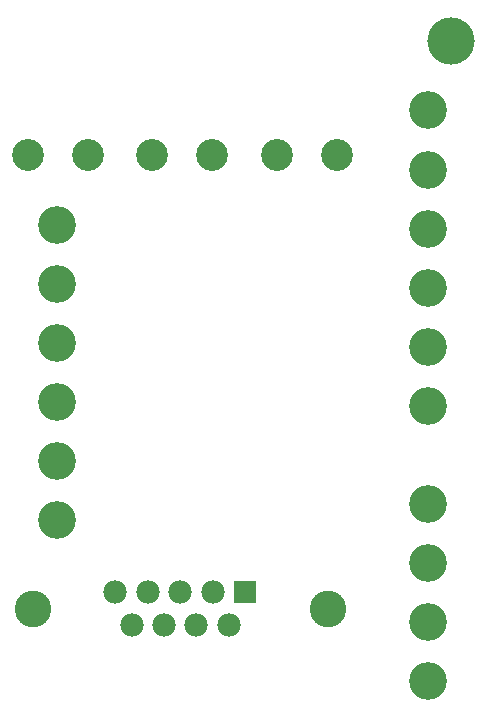
<source format=gbs>
G04 DipTrace 2.3.1.0*
%INBottomMask.gbr*%
%MOIN*%
%ADD31C,0.1575*%
%ADD32C,0.122*%
%ADD41C,0.1063*%
%ADD51C,0.126*%
%ADD53R,0.0779X0.0779*%
%ADD55C,0.0779*%
%FSLAX44Y44*%
G04*
G70*
G90*
G75*
G01*
%LNBotMask*%
%LPD*%
D31*
X19287Y26727D3*
D55*
X8643Y7242D3*
X9721D3*
X10800D3*
X11878D3*
X8093Y8362D3*
X9183D3*
X10261D3*
X11340D3*
D53*
X12422Y8366D3*
D32*
X15182Y7802D3*
X5341D3*
D51*
X18512Y9322D3*
Y11291D3*
Y5385D3*
Y7353D3*
X6147Y12712D3*
Y10744D3*
Y20587D3*
Y18618D3*
Y16650D3*
Y14681D3*
X18517Y14561D3*
Y16529D3*
Y18498D3*
Y20467D3*
Y22435D3*
Y24404D3*
D41*
X11328Y22906D3*
X5171D3*
X7172D3*
X9328Y22905D3*
X13484Y22906D3*
X15485D3*
M02*

</source>
